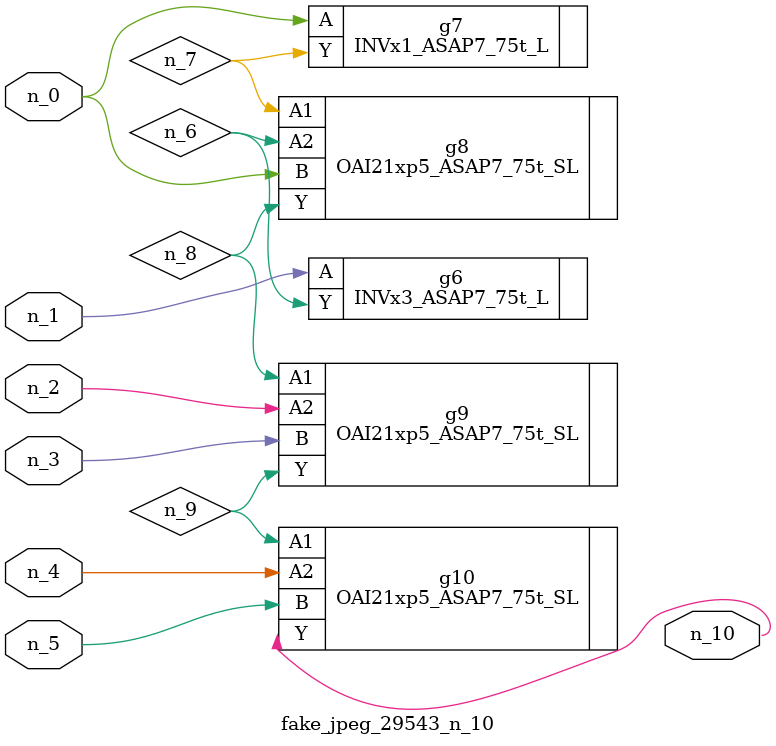
<source format=v>
module fake_jpeg_29543_n_10 (n_3, n_2, n_1, n_0, n_4, n_5, n_10);

input n_3;
input n_2;
input n_1;
input n_0;
input n_4;
input n_5;

output n_10;

wire n_8;
wire n_9;
wire n_6;
wire n_7;

INVx3_ASAP7_75t_L g6 ( 
.A(n_1),
.Y(n_6)
);

INVx1_ASAP7_75t_L g7 ( 
.A(n_0),
.Y(n_7)
);

OAI21xp5_ASAP7_75t_SL g8 ( 
.A1(n_7),
.A2(n_6),
.B(n_0),
.Y(n_8)
);

OAI21xp5_ASAP7_75t_SL g9 ( 
.A1(n_8),
.A2(n_2),
.B(n_3),
.Y(n_9)
);

OAI21xp5_ASAP7_75t_SL g10 ( 
.A1(n_9),
.A2(n_4),
.B(n_5),
.Y(n_10)
);


endmodule
</source>
